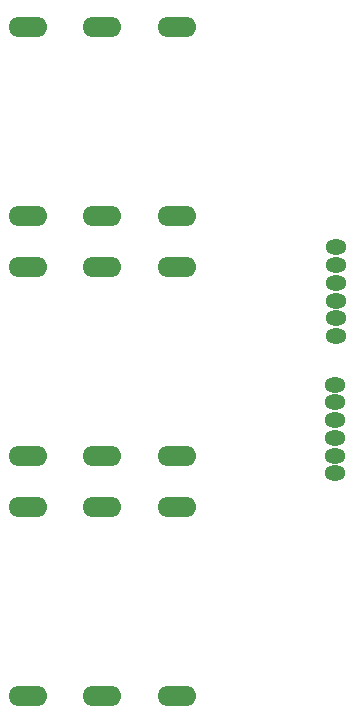
<source format=gts>
G04*
G04 #@! TF.GenerationSoftware,Altium Limited,Altium Designer,21.8.1 (53)*
G04*
G04 Layer_Color=8388736*
%FSLAX25Y25*%
%MOIN*%
G70*
G04*
G04 #@! TF.SameCoordinates,10585E3A-A503-4201-9872-C8A2A9F9218C*
G04*
G04*
G04 #@! TF.FilePolarity,Negative*
G04*
G01*
G75*
%ADD13O,0.12998X0.06699*%
%ADD14O,0.07099X0.05131*%
D13*
X333394Y357400D02*
D03*
Y420392D02*
D03*
X358197Y357400D02*
D03*
X383000D02*
D03*
Y420392D02*
D03*
X358197D02*
D03*
X333397Y277500D02*
D03*
Y340492D02*
D03*
X358200Y277500D02*
D03*
X383003D02*
D03*
Y340492D02*
D03*
X358200D02*
D03*
X333394Y197508D02*
D03*
Y260500D02*
D03*
X358197Y197508D02*
D03*
X383000D02*
D03*
Y260500D02*
D03*
X358197D02*
D03*
D14*
X435900Y301200D02*
D03*
Y295294D02*
D03*
Y289389D02*
D03*
Y283484D02*
D03*
Y277578D02*
D03*
Y271673D02*
D03*
X436000Y346927D02*
D03*
Y341022D02*
D03*
Y335117D02*
D03*
Y329211D02*
D03*
Y323306D02*
D03*
Y317400D02*
D03*
M02*

</source>
